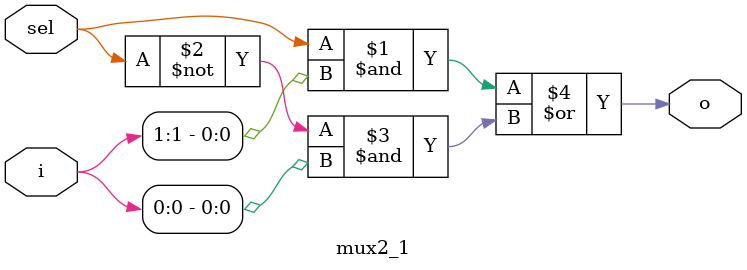
<source format=v>
module mux2_1(input [1:0]i,input sel,output o);
	assign o = (sel&i[1]) | (~sel&i[0]);
endmodule
</source>
